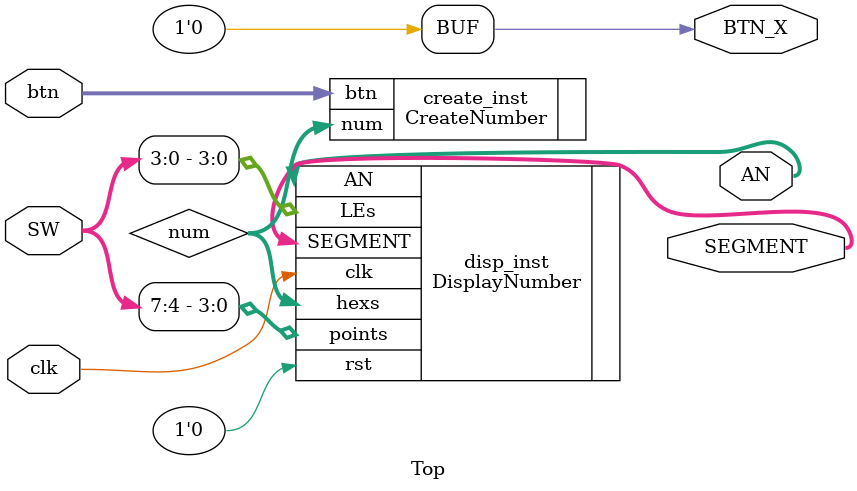
<source format=v>
`timescale 1ns / 1ps


module Top(
    input clk,
    input [7:0] SW,
    input [3:0] btn,
    output[3:0] AN,
    output[7:0] SEGMENT,
    output      BTN_X
);

    assign BTN_X = 1'b0;

    wire [15:0] num;

    CreateNumber create_inst(
        .btn(btn),
        .num(num)
    );

    DisplayNumber disp_inst(
        .clk(clk),
        .rst(1'b0),
        .hexs(num),
        .points(SW[7:4]),
        .LEs(SW[3:0]),
        .AN(AN),
        .SEGMENT(SEGMENT)
    );

endmodule


</source>
